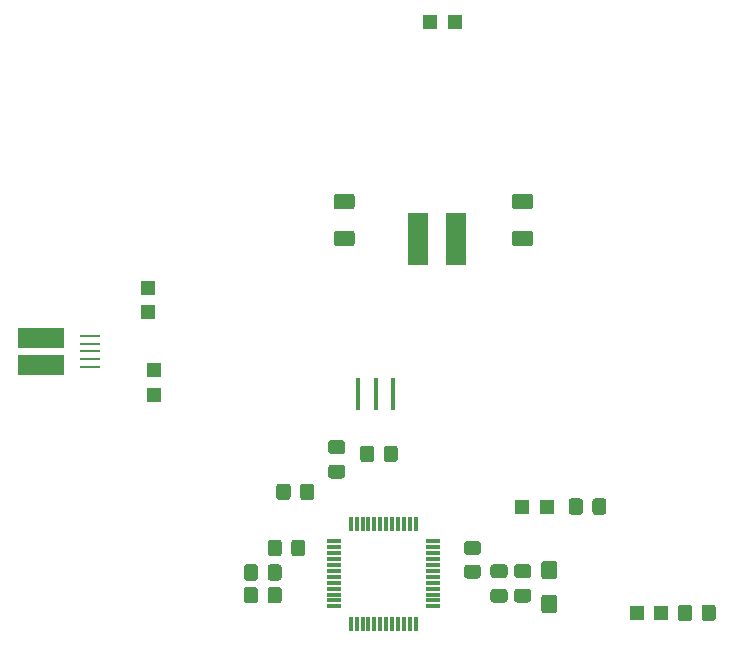
<source format=gbr>
%TF.GenerationSoftware,KiCad,Pcbnew,(5.1.7)-1*%
%TF.CreationDate,2020-10-18T12:33:11-05:00*%
%TF.ProjectId,Programmer Board,50726f67-7261-46d6-9d65-7220426f6172,A*%
%TF.SameCoordinates,Original*%
%TF.FileFunction,Paste,Top*%
%TF.FilePolarity,Positive*%
%FSLAX46Y46*%
G04 Gerber Fmt 4.6, Leading zero omitted, Abs format (unit mm)*
G04 Created by KiCad (PCBNEW (5.1.7)-1) date 2020-10-18 12:33:11*
%MOMM*%
%LPD*%
G01*
G04 APERTURE LIST*
%ADD10R,1.750000X4.500000*%
%ADD11R,1.200000X0.300000*%
%ADD12R,0.300000X1.200000*%
%ADD13R,0.400000X2.750000*%
%ADD14R,1.700000X0.250000*%
%ADD15R,3.900000X1.800000*%
%ADD16R,1.200000X1.200000*%
G04 APERTURE END LIST*
D10*
%TO.C,L1*%
X145875000Y-103050000D03*
X142625000Y-103050000D03*
%TD*%
D11*
%TO.C,U1*%
X135500000Y-131695000D03*
X135500000Y-131195000D03*
D12*
X139950000Y-127245000D03*
X139450000Y-127245000D03*
D11*
X135500000Y-130695000D03*
X135500000Y-130195000D03*
X135500000Y-129695000D03*
X135500000Y-129195000D03*
X135500000Y-128695000D03*
D12*
X138950000Y-127245000D03*
X138450000Y-127245000D03*
X137950000Y-127245000D03*
X137450000Y-127245000D03*
X136950000Y-127245000D03*
D11*
X135500000Y-132195000D03*
X135500000Y-132695000D03*
X135500000Y-133195000D03*
X135500000Y-133695000D03*
X135500000Y-134195000D03*
D12*
X140450000Y-127245000D03*
X140950000Y-127245000D03*
X141450000Y-127245000D03*
X141950000Y-127245000D03*
X142450000Y-127245000D03*
X136950000Y-135645000D03*
X137450000Y-135645000D03*
X137950000Y-135645000D03*
X138450000Y-135645000D03*
X138950000Y-135645000D03*
X139450000Y-135645000D03*
X139950000Y-135645000D03*
X140450000Y-135645000D03*
X140950000Y-135645000D03*
X141450000Y-135645000D03*
X141950000Y-135645000D03*
X142450000Y-135645000D03*
D11*
X143900000Y-134195000D03*
X143900000Y-133695000D03*
X143900000Y-133195000D03*
X143900000Y-132695000D03*
X143900000Y-132195000D03*
X143900000Y-131695000D03*
X143900000Y-131195000D03*
X143900000Y-130695000D03*
X143900000Y-130195000D03*
X143900000Y-129695000D03*
X143900000Y-129195000D03*
X143900000Y-128695000D03*
%TD*%
D13*
%TO.C,Y1*%
X137565000Y-116205000D03*
X139065000Y-116205000D03*
X140565000Y-116205000D03*
%TD*%
%TO.C,R13*%
G36*
G01*
X139735000Y-121735001D02*
X139735000Y-120834999D01*
G75*
G02*
X139984999Y-120585000I249999J0D01*
G01*
X140685001Y-120585000D01*
G75*
G02*
X140935000Y-120834999I0J-249999D01*
G01*
X140935000Y-121735001D01*
G75*
G02*
X140685001Y-121985000I-249999J0D01*
G01*
X139984999Y-121985000D01*
G75*
G02*
X139735000Y-121735001I0J249999D01*
G01*
G37*
G36*
G01*
X137735000Y-121735001D02*
X137735000Y-120834999D01*
G75*
G02*
X137984999Y-120585000I249999J0D01*
G01*
X138685001Y-120585000D01*
G75*
G02*
X138935000Y-120834999I0J-249999D01*
G01*
X138935000Y-121735001D01*
G75*
G02*
X138685001Y-121985000I-249999J0D01*
G01*
X137984999Y-121985000D01*
G75*
G02*
X137735000Y-121735001I0J249999D01*
G01*
G37*
%TD*%
%TO.C,R12*%
G36*
G01*
X166650000Y-135200001D02*
X166650000Y-134299999D01*
G75*
G02*
X166899999Y-134050000I249999J0D01*
G01*
X167600001Y-134050000D01*
G75*
G02*
X167850000Y-134299999I0J-249999D01*
G01*
X167850000Y-135200001D01*
G75*
G02*
X167600001Y-135450000I-249999J0D01*
G01*
X166899999Y-135450000D01*
G75*
G02*
X166650000Y-135200001I0J249999D01*
G01*
G37*
G36*
G01*
X164650000Y-135200001D02*
X164650000Y-134299999D01*
G75*
G02*
X164899999Y-134050000I249999J0D01*
G01*
X165600001Y-134050000D01*
G75*
G02*
X165850000Y-134299999I0J-249999D01*
G01*
X165850000Y-135200001D01*
G75*
G02*
X165600001Y-135450000I-249999J0D01*
G01*
X164899999Y-135450000D01*
G75*
G02*
X164650000Y-135200001I0J249999D01*
G01*
G37*
%TD*%
%TO.C,R11*%
G36*
G01*
X157400000Y-126200001D02*
X157400000Y-125299999D01*
G75*
G02*
X157649999Y-125050000I249999J0D01*
G01*
X158350001Y-125050000D01*
G75*
G02*
X158600000Y-125299999I0J-249999D01*
G01*
X158600000Y-126200001D01*
G75*
G02*
X158350001Y-126450000I-249999J0D01*
G01*
X157649999Y-126450000D01*
G75*
G02*
X157400000Y-126200001I0J249999D01*
G01*
G37*
G36*
G01*
X155400000Y-126200001D02*
X155400000Y-125299999D01*
G75*
G02*
X155649999Y-125050000I249999J0D01*
G01*
X156350001Y-125050000D01*
G75*
G02*
X156600000Y-125299999I0J-249999D01*
G01*
X156600000Y-126200001D01*
G75*
G02*
X156350001Y-126450000I-249999J0D01*
G01*
X155649999Y-126450000D01*
G75*
G02*
X155400000Y-126200001I0J249999D01*
G01*
G37*
%TD*%
%TO.C,R5*%
G36*
G01*
X146799999Y-130650000D02*
X147700001Y-130650000D01*
G75*
G02*
X147950000Y-130899999I0J-249999D01*
G01*
X147950000Y-131600001D01*
G75*
G02*
X147700001Y-131850000I-249999J0D01*
G01*
X146799999Y-131850000D01*
G75*
G02*
X146550000Y-131600001I0J249999D01*
G01*
X146550000Y-130899999D01*
G75*
G02*
X146799999Y-130650000I249999J0D01*
G01*
G37*
G36*
G01*
X146799999Y-128650000D02*
X147700001Y-128650000D01*
G75*
G02*
X147950000Y-128899999I0J-249999D01*
G01*
X147950000Y-129600001D01*
G75*
G02*
X147700001Y-129850000I-249999J0D01*
G01*
X146799999Y-129850000D01*
G75*
G02*
X146550000Y-129600001I0J249999D01*
G01*
X146550000Y-128899999D01*
G75*
G02*
X146799999Y-128650000I249999J0D01*
G01*
G37*
%TD*%
%TO.C,R4*%
G36*
G01*
X131850000Y-124049999D02*
X131850000Y-124950001D01*
G75*
G02*
X131600001Y-125200000I-249999J0D01*
G01*
X130899999Y-125200000D01*
G75*
G02*
X130650000Y-124950001I0J249999D01*
G01*
X130650000Y-124049999D01*
G75*
G02*
X130899999Y-123800000I249999J0D01*
G01*
X131600001Y-123800000D01*
G75*
G02*
X131850000Y-124049999I0J-249999D01*
G01*
G37*
G36*
G01*
X133850000Y-124049999D02*
X133850000Y-124950001D01*
G75*
G02*
X133600001Y-125200000I-249999J0D01*
G01*
X132899999Y-125200000D01*
G75*
G02*
X132650000Y-124950001I0J249999D01*
G01*
X132650000Y-124049999D01*
G75*
G02*
X132899999Y-123800000I249999J0D01*
G01*
X133600001Y-123800000D01*
G75*
G02*
X133850000Y-124049999I0J-249999D01*
G01*
G37*
%TD*%
%TO.C,R3*%
G36*
G01*
X131100000Y-128799999D02*
X131100000Y-129700001D01*
G75*
G02*
X130850001Y-129950000I-249999J0D01*
G01*
X130149999Y-129950000D01*
G75*
G02*
X129900000Y-129700001I0J249999D01*
G01*
X129900000Y-128799999D01*
G75*
G02*
X130149999Y-128550000I249999J0D01*
G01*
X130850001Y-128550000D01*
G75*
G02*
X131100000Y-128799999I0J-249999D01*
G01*
G37*
G36*
G01*
X133100000Y-128799999D02*
X133100000Y-129700001D01*
G75*
G02*
X132850001Y-129950000I-249999J0D01*
G01*
X132149999Y-129950000D01*
G75*
G02*
X131900000Y-129700001I0J249999D01*
G01*
X131900000Y-128799999D01*
G75*
G02*
X132149999Y-128550000I249999J0D01*
G01*
X132850001Y-128550000D01*
G75*
G02*
X133100000Y-128799999I0J-249999D01*
G01*
G37*
%TD*%
%TO.C,R2*%
G36*
G01*
X129100000Y-132799999D02*
X129100000Y-133700001D01*
G75*
G02*
X128850001Y-133950000I-249999J0D01*
G01*
X128149999Y-133950000D01*
G75*
G02*
X127900000Y-133700001I0J249999D01*
G01*
X127900000Y-132799999D01*
G75*
G02*
X128149999Y-132550000I249999J0D01*
G01*
X128850001Y-132550000D01*
G75*
G02*
X129100000Y-132799999I0J-249999D01*
G01*
G37*
G36*
G01*
X131100000Y-132799999D02*
X131100000Y-133700001D01*
G75*
G02*
X130850001Y-133950000I-249999J0D01*
G01*
X130149999Y-133950000D01*
G75*
G02*
X129900000Y-133700001I0J249999D01*
G01*
X129900000Y-132799999D01*
G75*
G02*
X130149999Y-132550000I249999J0D01*
G01*
X130850001Y-132550000D01*
G75*
G02*
X131100000Y-132799999I0J-249999D01*
G01*
G37*
%TD*%
%TO.C,R1*%
G36*
G01*
X129100000Y-130879600D02*
X129100000Y-131780400D01*
G75*
G02*
X128850400Y-132030000I-249600J0D01*
G01*
X128149600Y-132030000D01*
G75*
G02*
X127900000Y-131780400I0J249600D01*
G01*
X127900000Y-130879600D01*
G75*
G02*
X128149600Y-130630000I249600J0D01*
G01*
X128850400Y-130630000D01*
G75*
G02*
X129100000Y-130879600I0J-249600D01*
G01*
G37*
G36*
G01*
X131100000Y-130879999D02*
X131100000Y-131780001D01*
G75*
G02*
X130850001Y-132030000I-249999J0D01*
G01*
X130149999Y-132030000D01*
G75*
G02*
X129900000Y-131780001I0J249999D01*
G01*
X129900000Y-130879999D01*
G75*
G02*
X130149999Y-130630000I249999J0D01*
G01*
X130850001Y-130630000D01*
G75*
G02*
X131100000Y-130879999I0J-249999D01*
G01*
G37*
%TD*%
D14*
%TO.C,J4*%
X114885000Y-113900000D03*
X114885000Y-113250000D03*
X114885000Y-112600000D03*
X114885000Y-111950000D03*
X114885000Y-111300000D03*
D15*
X110685000Y-113750000D03*
X110685000Y-111450000D03*
%TD*%
D16*
%TO.C,FB2*%
X119750000Y-109300000D03*
X119750000Y-107200000D03*
%TD*%
%TO.C,FB1*%
X120250000Y-116300000D03*
X120250000Y-114200000D03*
%TD*%
%TO.C,D3*%
X161150000Y-134750000D03*
X163250000Y-134750000D03*
%TD*%
%TO.C,D2*%
X151450000Y-125750000D03*
X153550000Y-125750000D03*
%TD*%
%TO.C,D1*%
X143650000Y-84750000D03*
X145750000Y-84750000D03*
%TD*%
%TO.C,C9*%
G36*
G01*
X152150001Y-100587500D02*
X150849999Y-100587500D01*
G75*
G02*
X150600000Y-100337501I0J249999D01*
G01*
X150600000Y-99512499D01*
G75*
G02*
X150849999Y-99262500I249999J0D01*
G01*
X152150001Y-99262500D01*
G75*
G02*
X152400000Y-99512499I0J-249999D01*
G01*
X152400000Y-100337501D01*
G75*
G02*
X152150001Y-100587500I-249999J0D01*
G01*
G37*
G36*
G01*
X152150001Y-103712500D02*
X150849999Y-103712500D01*
G75*
G02*
X150600000Y-103462501I0J249999D01*
G01*
X150600000Y-102637499D01*
G75*
G02*
X150849999Y-102387500I249999J0D01*
G01*
X152150001Y-102387500D01*
G75*
G02*
X152400000Y-102637499I0J-249999D01*
G01*
X152400000Y-103462501D01*
G75*
G02*
X152150001Y-103712500I-249999J0D01*
G01*
G37*
%TD*%
%TO.C,C8*%
G36*
G01*
X137050001Y-100587500D02*
X135749999Y-100587500D01*
G75*
G02*
X135500000Y-100337501I0J249999D01*
G01*
X135500000Y-99512499D01*
G75*
G02*
X135749999Y-99262500I249999J0D01*
G01*
X137050001Y-99262500D01*
G75*
G02*
X137300000Y-99512499I0J-249999D01*
G01*
X137300000Y-100337501D01*
G75*
G02*
X137050001Y-100587500I-249999J0D01*
G01*
G37*
G36*
G01*
X137050001Y-103712500D02*
X135749999Y-103712500D01*
G75*
G02*
X135500000Y-103462501I0J249999D01*
G01*
X135500000Y-102637499D01*
G75*
G02*
X135749999Y-102387500I249999J0D01*
G01*
X137050001Y-102387500D01*
G75*
G02*
X137300000Y-102637499I0J-249999D01*
G01*
X137300000Y-103462501D01*
G75*
G02*
X137050001Y-103712500I-249999J0D01*
G01*
G37*
%TD*%
%TO.C,C7*%
G36*
G01*
X153324999Y-133212500D02*
X154175001Y-133212500D01*
G75*
G02*
X154425000Y-133462499I0J-249999D01*
G01*
X154425000Y-134537501D01*
G75*
G02*
X154175001Y-134787500I-249999J0D01*
G01*
X153324999Y-134787500D01*
G75*
G02*
X153075000Y-134537501I0J249999D01*
G01*
X153075000Y-133462499D01*
G75*
G02*
X153324999Y-133212500I249999J0D01*
G01*
G37*
G36*
G01*
X153324999Y-130337500D02*
X154175001Y-130337500D01*
G75*
G02*
X154425000Y-130587499I0J-249999D01*
G01*
X154425000Y-131662501D01*
G75*
G02*
X154175001Y-131912500I-249999J0D01*
G01*
X153324999Y-131912500D01*
G75*
G02*
X153075000Y-131662501I0J249999D01*
G01*
X153075000Y-130587499D01*
G75*
G02*
X153324999Y-130337500I249999J0D01*
G01*
G37*
%TD*%
%TO.C,C6*%
G36*
G01*
X151025000Y-132700000D02*
X151975000Y-132700000D01*
G75*
G02*
X152225000Y-132950000I0J-250000D01*
G01*
X152225000Y-133625000D01*
G75*
G02*
X151975000Y-133875000I-250000J0D01*
G01*
X151025000Y-133875000D01*
G75*
G02*
X150775000Y-133625000I0J250000D01*
G01*
X150775000Y-132950000D01*
G75*
G02*
X151025000Y-132700000I250000J0D01*
G01*
G37*
G36*
G01*
X151025000Y-130625000D02*
X151975000Y-130625000D01*
G75*
G02*
X152225000Y-130875000I0J-250000D01*
G01*
X152225000Y-131550000D01*
G75*
G02*
X151975000Y-131800000I-250000J0D01*
G01*
X151025000Y-131800000D01*
G75*
G02*
X150775000Y-131550000I0J250000D01*
G01*
X150775000Y-130875000D01*
G75*
G02*
X151025000Y-130625000I250000J0D01*
G01*
G37*
%TD*%
%TO.C,C5*%
G36*
G01*
X149025000Y-132700000D02*
X149975000Y-132700000D01*
G75*
G02*
X150225000Y-132950000I0J-250000D01*
G01*
X150225000Y-133625000D01*
G75*
G02*
X149975000Y-133875000I-250000J0D01*
G01*
X149025000Y-133875000D01*
G75*
G02*
X148775000Y-133625000I0J250000D01*
G01*
X148775000Y-132950000D01*
G75*
G02*
X149025000Y-132700000I250000J0D01*
G01*
G37*
G36*
G01*
X149025000Y-130625000D02*
X149975000Y-130625000D01*
G75*
G02*
X150225000Y-130875000I0J-250000D01*
G01*
X150225000Y-131550000D01*
G75*
G02*
X149975000Y-131800000I-250000J0D01*
G01*
X149025000Y-131800000D01*
G75*
G02*
X148775000Y-131550000I0J250000D01*
G01*
X148775000Y-130875000D01*
G75*
G02*
X149025000Y-130625000I250000J0D01*
G01*
G37*
%TD*%
%TO.C,C3*%
G36*
G01*
X136225000Y-121300000D02*
X135275000Y-121300000D01*
G75*
G02*
X135025000Y-121050000I0J250000D01*
G01*
X135025000Y-120375000D01*
G75*
G02*
X135275000Y-120125000I250000J0D01*
G01*
X136225000Y-120125000D01*
G75*
G02*
X136475000Y-120375000I0J-250000D01*
G01*
X136475000Y-121050000D01*
G75*
G02*
X136225000Y-121300000I-250000J0D01*
G01*
G37*
G36*
G01*
X136225000Y-123375000D02*
X135275000Y-123375000D01*
G75*
G02*
X135025000Y-123125000I0J250000D01*
G01*
X135025000Y-122450000D01*
G75*
G02*
X135275000Y-122200000I250000J0D01*
G01*
X136225000Y-122200000D01*
G75*
G02*
X136475000Y-122450000I0J-250000D01*
G01*
X136475000Y-123125000D01*
G75*
G02*
X136225000Y-123375000I-250000J0D01*
G01*
G37*
%TD*%
M02*

</source>
